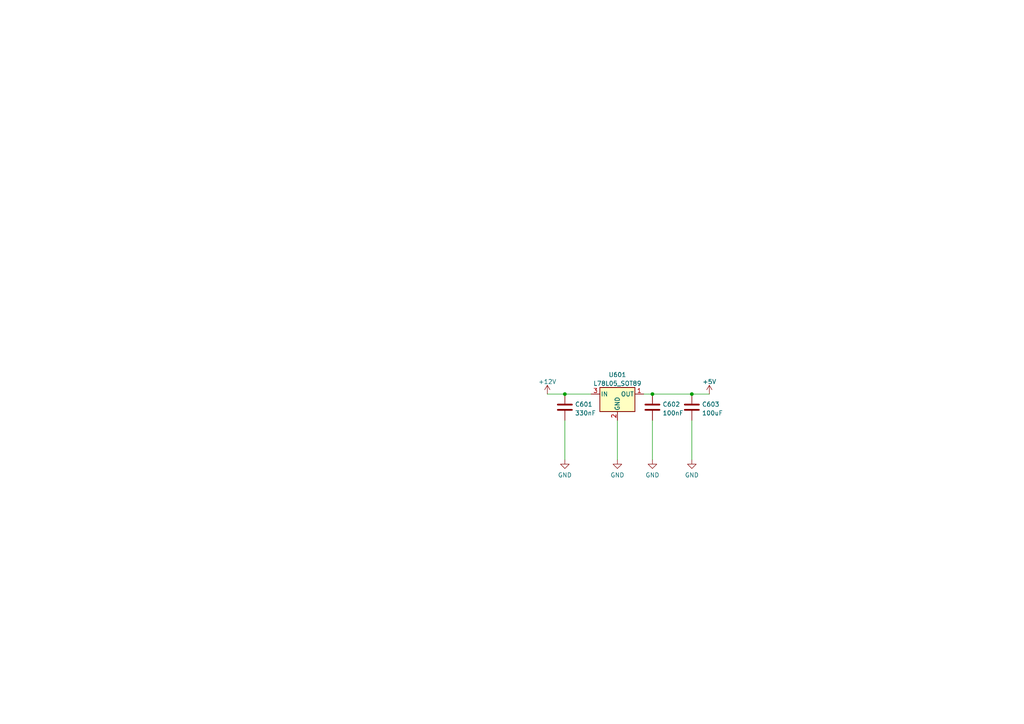
<source format=kicad_sch>
(kicad_sch (version 20211123) (generator eeschema)
  (paper "A4")
  (lib_symbols
    (symbol "Device:C" (pin_numbers hide) (pin_names (offset 0.254))
      (property "Reference" "C" (at 0.635 2.54 0))
      (property "Value" "C" (at 0.635 -2.54 0))
      (symbol "C_0_1"
        (polyline (pts (xy -2.032 -0.762) (xy 2.032 -0.762)) (stroke (width 0.508)))
        (polyline (pts (xy -2.032 0.762) (xy 2.032 0.762)) (stroke (width 0.508)))
      )
      (symbol "C_1_1"
        (pin passive line (at 0 3.81 270) (length 2.794) (name "~") (number "1"))
        (pin passive line (at 0 -3.81 90) (length 2.794) (name "~") (number "2"))
      )
    )
    (symbol "Regulator_Linear:L78L05_SOT89" (pin_names (offset 0.254))
      (property "Reference" "U" (at -3.81 3.175 0))
      (property "Value" "L78L05_SOT89" (at -0.635 3.175 0))
      (symbol "L78L05_SOT89_0_1"
        (rectangle (start -5.08 1.905) (end 5.08 -5.08) (stroke (width 0.254)) (fill (type background)))
      )
      (symbol "L78L05_SOT89_1_1"
        (pin power_out line (at 7.62 0 180) (length 2.54) (name "OUT") (number "1"))
        (pin power_in line (at 0 -7.62 90) (length 2.54) (name "GND") (number "2"))
        (pin power_in line (at -7.62 0 0) (length 2.54) (name "IN") (number "3"))
      )
    )
    (symbol "power:+12V" (power) (pin_names (offset 0))
      (property "Value" "+12V" (at 0 3.556 0))
      (symbol "+12V_0_1"
        (polyline (pts (xy -0.762 1.27) (xy 0 2.54)))
        (polyline (pts (xy 0 0) (xy 0 2.54)))
        (polyline (pts (xy 0 2.54) (xy 0.762 1.27)))
      )
      (symbol "+12V_1_1"
        (pin power_in line (at 0 0 90) (length 0) hide (name "+12V") (number "1"))
      )
    )
    (symbol "power:+5V" (power) (pin_names (offset 0))
      (property "Value" "+5V" (at 0 3.556 0))
      (symbol "+5V_0_1"
        (polyline (pts (xy -0.762 1.27) (xy 0 2.54)))
        (polyline (pts (xy 0 0) (xy 0 2.54)))
        (polyline (pts (xy 0 2.54) (xy 0.762 1.27)))
      )
      (symbol "+5V_1_1"
        (pin power_in line (at 0 0 90) (length 0) hide (name "+5V") (number "1"))
      )
    )
    (symbol "power:GND" (power) (pin_names (offset 0))
      (property "Value" "GND" (at 0 -3.81 0))
      (symbol "GND_0_1"
        (polyline (pts (xy 0 0) (xy 0 -1.27) (xy 1.27 -1.27) (xy 0 -2.54) (xy -1.27 -1.27) (xy 0 -1.27)))
      )
      (symbol "GND_1_1"
        (pin power_in line (at 0 0 270) (length 0) hide (name "GND") (number "1"))
      )
    )
  )
  (junction (at 189.23 114.3))
  (junction (at 200.66 114.3))
  (junction (at 163.83 114.3))
  (wire (pts (xy 163.83 114.3) (xy 171.45 114.3)))
  (wire (pts (xy 189.23 121.92) (xy 189.23 133.35)))
  (wire (pts (xy 200.66 121.92) (xy 200.66 133.35)))
  (wire (pts (xy 200.66 114.3) (xy 205.74 114.3)))
  (wire (pts (xy 163.83 121.92) (xy 163.83 133.35)))
  (wire (pts (xy 158.75 114.3) (xy 163.83 114.3)))
  (wire (pts (xy 179.07 121.92) (xy 179.07 133.35)))
  (wire (pts (xy 186.69 114.3) (xy 189.23 114.3)))
  (wire (pts (xy 189.23 114.3) (xy 200.66 114.3)))
  (symbol (lib_id "power:GND") (at 200.66 133.35 0) (unit 1)
    (property "Reference" "#PWR0606" (effects hide))
    (property "Value" "GND" (at 200.66 137.7934 0))
  )
  (symbol (lib_id "Device:C") (at 189.23 118.11 0) (unit 1)
    (property "Reference" "C602" (at 192.151 117.2753 0) (effects (justify left)))
    (property "Value" "100nF" (at 192.151 119.8122 0) (effects (justify left)))
    (property "Footprint" "Capacitor_SMD:C_0603_1608Metric_Pad1.08x0.95mm_HandSolder" (effects hide))
    (property "JLCPCB Part#" "C14663" (effects hide))
  )
  (symbol (lib_id "Regulator_Linear:L78L05_SOT89") (at 179.07 114.3 0) (unit 1)
    (property "Reference" "U601" (at 179.07 108.6952 0))
    (property "Value" "L78L05_SOT89" (at 179.07 111.2321 0))
    (property "Footprint" "Package_TO_SOT_SMD:SOT-89-3" (effects hide))
    (property "Datasheet" "http://www.st.com/content/ccc/resource/technical/document/datasheet/15/55/e5/aa/23/5b/43/fd/CD00000446.pdf/files/CD00000446.pdf/jcr:content/translations/en.CD00000446.pdf" (effects hide))
    (property "JLCPCB Part#" "C71136" (effects hide))
  )
  (symbol (lib_id "power:+5V") (at 205.74 114.3 0) (unit 1)
    (property "Reference" "#PWR0602" (effects hide))
    (property "Value" "+5V" (at 205.74 110.7242 0))
  )
  (symbol (lib_id "power:GND") (at 189.23 133.35 0) (unit 1)
    (property "Reference" "#PWR0605" (effects hide))
    (property "Value" "GND" (at 189.23 137.7934 0))
  )
  (symbol (lib_id "power:+12V") (at 158.75 114.3 0) (unit 1)
    (property "Reference" "#PWR0601" (effects hide))
    (property "Value" "+12V" (at 158.75 110.7242 0))
  )
  (symbol (lib_id "power:GND") (at 163.83 133.35 0) (unit 1)
    (property "Reference" "#PWR0603" (effects hide))
    (property "Value" "GND" (at 163.83 137.7934 0))
  )
  (symbol (lib_id "Device:C") (at 163.83 118.11 0) (unit 1)
    (property "Reference" "C601" (at 166.751 117.2753 0) (effects (justify left)))
    (property "Value" "330nF" (at 166.751 119.8122 0) (effects (justify left)))
    (property "Footprint" "Capacitor_SMD:C_0603_1608Metric_Pad1.08x0.95mm_HandSolder" (effects hide))
    (property "JLCPCB Part#" "C1615" (effects hide))
  )
  (symbol (lib_id "Device:C") (at 200.66 118.11 0) (unit 1)
    (property "Reference" "C603" (at 203.581 117.2753 0) (effects (justify left)))
    (property "Value" "100uF" (at 203.581 119.8122 0) (effects (justify left)))
    (property "Footprint" "Capacitor_SMD:C_1206_3216Metric_Pad1.33x1.80mm_HandSolder" (effects hide))
    (property "JLCPCB Part#" "C15008" (effects hide))
  )
  (symbol (lib_id "power:GND") (at 179.07 133.35 0) (unit 1)
    (property "Reference" "#PWR0604" (effects hide))
    (property "Value" "GND" (at 179.07 137.7934 0))
  )
)
</source>
